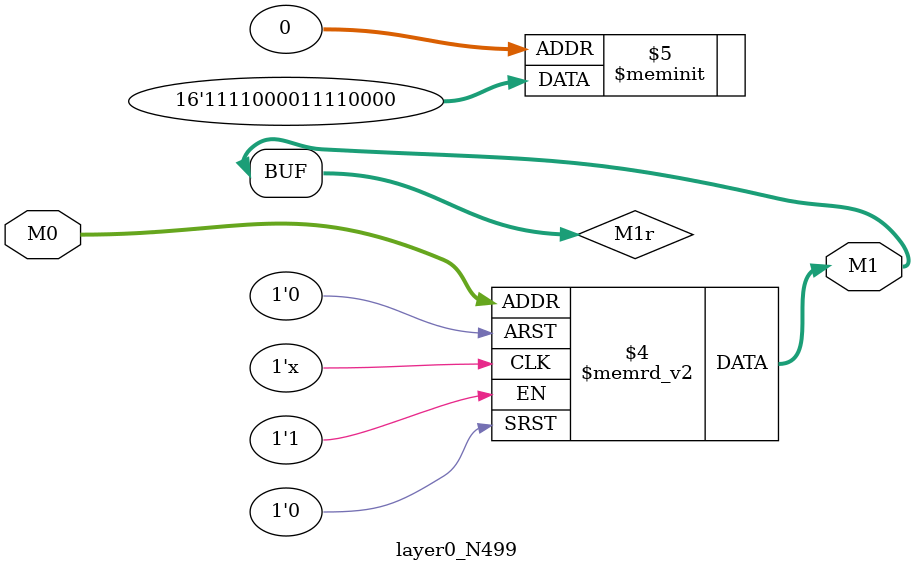
<source format=v>
module layer0_N499 ( input [2:0] M0, output [1:0] M1 );

	(*rom_style = "distributed" *) reg [1:0] M1r;
	assign M1 = M1r;
	always @ (M0) begin
		case (M0)
			3'b000: M1r = 2'b00;
			3'b100: M1r = 2'b00;
			3'b010: M1r = 2'b11;
			3'b110: M1r = 2'b11;
			3'b001: M1r = 2'b00;
			3'b101: M1r = 2'b00;
			3'b011: M1r = 2'b11;
			3'b111: M1r = 2'b11;

		endcase
	end
endmodule

</source>
